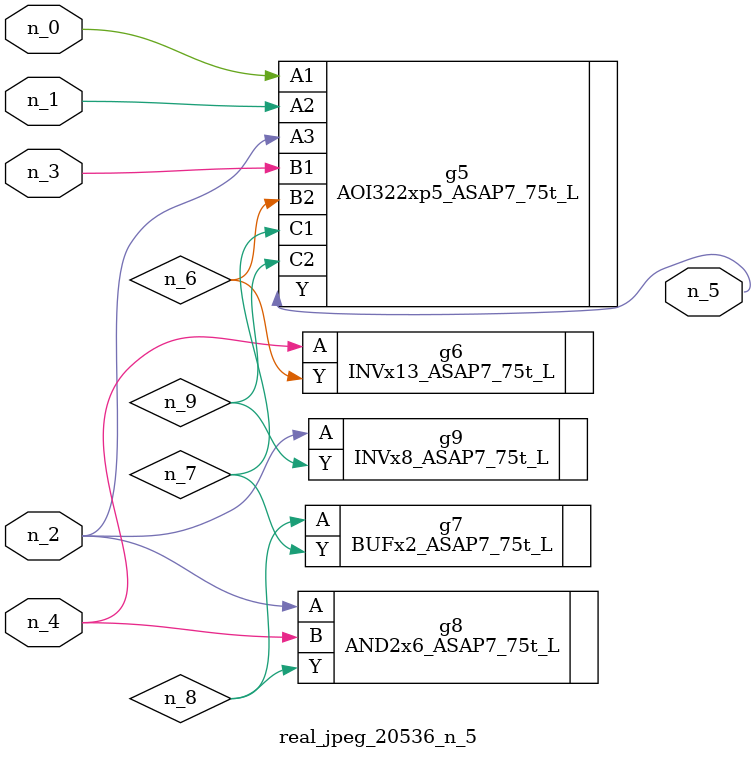
<source format=v>
module real_jpeg_20536_n_5 (n_4, n_0, n_1, n_2, n_3, n_5);

input n_4;
input n_0;
input n_1;
input n_2;
input n_3;

output n_5;

wire n_8;
wire n_6;
wire n_7;
wire n_9;

AOI322xp5_ASAP7_75t_L g5 ( 
.A1(n_0),
.A2(n_1),
.A3(n_2),
.B1(n_3),
.B2(n_6),
.C1(n_7),
.C2(n_9),
.Y(n_5)
);

AND2x6_ASAP7_75t_L g8 ( 
.A(n_2),
.B(n_4),
.Y(n_8)
);

INVx8_ASAP7_75t_L g9 ( 
.A(n_2),
.Y(n_9)
);

INVx13_ASAP7_75t_L g6 ( 
.A(n_4),
.Y(n_6)
);

BUFx2_ASAP7_75t_L g7 ( 
.A(n_8),
.Y(n_7)
);


endmodule
</source>
